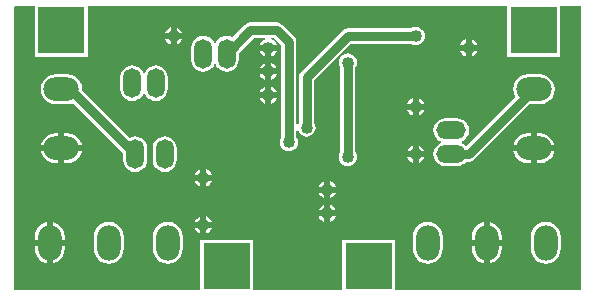
<source format=gbl>
%FSLAX25Y25*%
%MOIN*%
G70*
G01*
G75*
G04 Layer_Physical_Order=2*
G04 Layer_Color=16711680*
%ADD10R,0.04528X0.05315*%
%ADD11R,0.05315X0.04528*%
%ADD12O,0.05709X0.02362*%
%ADD13R,0.04528X0.05512*%
%ADD14R,0.04921X0.07087*%
%ADD15R,0.05512X0.04528*%
%ADD16C,0.03000*%
%ADD17C,0.01500*%
%ADD18R,0.15748X0.15748*%
%ADD19O,0.07874X0.11811*%
%ADD20O,0.09843X0.05906*%
%ADD21O,0.05906X0.09843*%
%ADD22O,0.11811X0.07874*%
%ADD23C,0.04000*%
G36*
X188976Y354D02*
X188623Y0D01*
X126984D01*
Y16748D01*
X109236D01*
Y0D01*
X79740D01*
Y16748D01*
X61992D01*
Y0D01*
X0D01*
X0Y94135D01*
X354Y94488D01*
X6874D01*
Y77740D01*
X24622D01*
Y94488D01*
X164354D01*
Y77740D01*
X182102D01*
Y94488D01*
X188976D01*
X188976Y354D01*
D02*
G37*
%LPC*%
G36*
X103331Y36298D02*
X102818Y36085D01*
X102191Y35604D01*
X101710Y34978D01*
X101498Y34465D01*
X103331D01*
Y36298D01*
D02*
G37*
G36*
X61992Y36402D02*
X60159D01*
X60372Y35889D01*
X60852Y35262D01*
X61479Y34781D01*
X61992Y34569D01*
Y36402D01*
D02*
G37*
G36*
X105331Y36298D02*
Y34465D01*
X107164D01*
X106951Y34978D01*
X106470Y35604D01*
X105844Y36085D01*
X105331Y36298D01*
D02*
G37*
G36*
X107164Y32465D02*
X105331D01*
Y30632D01*
X105844Y30844D01*
X106470Y31325D01*
X106951Y31952D01*
X107164Y32465D01*
D02*
G37*
G36*
X103331Y28424D02*
X102818Y28211D01*
X102191Y27730D01*
X101710Y27104D01*
X101498Y26591D01*
X103331D01*
Y28424D01*
D02*
G37*
G36*
X107164Y24591D02*
X105331D01*
Y22758D01*
X105844Y22970D01*
X106470Y23451D01*
X106951Y24078D01*
X107164Y24591D01*
D02*
G37*
G36*
X103331Y32465D02*
X101498D01*
X101710Y31952D01*
X102191Y31325D01*
X102818Y30844D01*
X103331Y30632D01*
Y32465D01*
D02*
G37*
G36*
X105331Y28424D02*
Y26591D01*
X107164D01*
X106951Y27104D01*
X106470Y27730D01*
X105844Y28211D01*
X105331Y28424D01*
D02*
G37*
G36*
X14748Y46244D02*
X8932D01*
X8970Y45955D01*
X9467Y44754D01*
X10259Y43723D01*
X11290Y42932D01*
X12491Y42434D01*
X13780Y42265D01*
X14748D01*
Y46244D01*
D02*
G37*
G36*
X111221Y78813D02*
X110437Y78710D01*
X109708Y78408D01*
X109081Y77927D01*
X108600Y77300D01*
X108298Y76571D01*
X108195Y75788D01*
X108298Y75004D01*
X108600Y74274D01*
X108671Y74181D01*
Y45897D01*
X108600Y45804D01*
X108298Y45074D01*
X108195Y44291D01*
X108298Y43508D01*
X108600Y42778D01*
X109081Y42152D01*
X109708Y41671D01*
X110437Y41369D01*
X111221Y41265D01*
X112004Y41369D01*
X112733Y41671D01*
X113360Y42152D01*
X113841Y42778D01*
X114143Y43508D01*
X114246Y44291D01*
X114143Y45074D01*
X113841Y45804D01*
X113769Y45897D01*
Y74181D01*
X113841Y74274D01*
X114143Y75004D01*
X114246Y75788D01*
X114143Y76571D01*
X113841Y77300D01*
X113360Y77927D01*
X112733Y78408D01*
X112004Y78710D01*
X111221Y78813D01*
D02*
G37*
G36*
X172228Y46244D02*
X166412D01*
X166450Y45955D01*
X166947Y44754D01*
X167739Y43723D01*
X168770Y42932D01*
X169971Y42434D01*
X171260Y42265D01*
X172228D01*
Y46244D01*
D02*
G37*
G36*
X22565D02*
X16748D01*
Y42265D01*
X17717D01*
X19005Y42434D01*
X20206Y42932D01*
X21238Y43723D01*
X22029Y44754D01*
X22526Y45955D01*
X22565Y46244D01*
D02*
G37*
G36*
X50197Y51231D02*
X49165Y51095D01*
X48204Y50697D01*
X47378Y50063D01*
X46744Y49238D01*
X46346Y48276D01*
X46210Y47244D01*
Y43307D01*
X46346Y42275D01*
X46744Y41314D01*
X47378Y40488D01*
X48204Y39854D01*
X49165Y39456D01*
X50197Y39320D01*
X51229Y39456D01*
X52190Y39854D01*
X53016Y40488D01*
X53650Y41314D01*
X54048Y42275D01*
X54184Y43307D01*
Y47244D01*
X54048Y48276D01*
X53650Y49238D01*
X53016Y50063D01*
X52190Y50697D01*
X51229Y51095D01*
X50197Y51231D01*
D02*
G37*
G36*
X61992Y40235D02*
X61479Y40022D01*
X60852Y39541D01*
X60372Y38915D01*
X60159Y38402D01*
X61992D01*
Y40235D01*
D02*
G37*
G36*
X65825Y36402D02*
X63992D01*
Y34569D01*
X64505Y34781D01*
X65132Y35262D01*
X65613Y35889D01*
X65825Y36402D01*
D02*
G37*
G36*
X17717Y71909D02*
X13780D01*
X12491Y71739D01*
X11290Y71242D01*
X10259Y70450D01*
X9467Y69419D01*
X8970Y68218D01*
X8800Y66929D01*
X8970Y65640D01*
X9467Y64439D01*
X10259Y63408D01*
X11290Y62617D01*
X12491Y62119D01*
X13780Y61950D01*
X17717D01*
X19005Y62119D01*
X19642Y62383D01*
X36367Y45658D01*
Y43307D01*
X36503Y42275D01*
X36902Y41314D01*
X37535Y40488D01*
X38361Y39854D01*
X39323Y39456D01*
X40354Y39320D01*
X41386Y39456D01*
X42348Y39854D01*
X43174Y40488D01*
X43807Y41314D01*
X44205Y42275D01*
X44341Y43307D01*
Y47244D01*
X44205Y48276D01*
X43807Y49238D01*
X43174Y50063D01*
X42348Y50697D01*
X41386Y51095D01*
X40354Y51231D01*
X39323Y51095D01*
X38486Y50749D01*
X22651Y66584D01*
X22696Y66929D01*
X22526Y68218D01*
X22029Y69419D01*
X21238Y70450D01*
X20206Y71242D01*
X19005Y71739D01*
X17717Y71909D01*
D02*
G37*
G36*
X63992Y40235D02*
Y38402D01*
X65825D01*
X65613Y38915D01*
X65132Y39541D01*
X64505Y40022D01*
X63992Y40235D01*
D02*
G37*
G36*
X16791Y14748D02*
X12811D01*
Y8932D01*
X13100Y8970D01*
X14301Y9467D01*
X15332Y10259D01*
X16124Y11290D01*
X16621Y12491D01*
X16791Y13780D01*
Y14748D01*
D02*
G37*
G36*
X10811D02*
X6831D01*
Y13780D01*
X7001Y12491D01*
X7499Y11290D01*
X8290Y10259D01*
X9321Y9467D01*
X10522Y8970D01*
X10811Y8932D01*
Y14748D01*
D02*
G37*
G36*
X162460D02*
X158480D01*
Y8932D01*
X158769Y8970D01*
X159970Y9467D01*
X161002Y10259D01*
X161793Y11290D01*
X162290Y12491D01*
X162460Y13780D01*
Y14748D01*
D02*
G37*
G36*
X156480D02*
X152501D01*
Y13780D01*
X152670Y12491D01*
X153168Y11290D01*
X153959Y10259D01*
X154991Y9467D01*
X156192Y8970D01*
X156480Y8932D01*
Y14748D01*
D02*
G37*
G36*
X51181Y22696D02*
X49892Y22526D01*
X48691Y22029D01*
X47660Y21238D01*
X46869Y20206D01*
X46371Y19005D01*
X46202Y17717D01*
Y13780D01*
X46371Y12491D01*
X46869Y11290D01*
X47660Y10259D01*
X48691Y9467D01*
X49892Y8970D01*
X51181Y8800D01*
X52470Y8970D01*
X53671Y9467D01*
X54702Y10259D01*
X55494Y11290D01*
X55991Y12491D01*
X56161Y13780D01*
Y17717D01*
X55991Y19005D01*
X55494Y20206D01*
X54702Y21238D01*
X53671Y22029D01*
X52470Y22526D01*
X51181Y22696D01*
D02*
G37*
G36*
X31496D02*
X30207Y22526D01*
X29006Y22029D01*
X27975Y21238D01*
X27184Y20206D01*
X26686Y19005D01*
X26517Y17717D01*
Y13780D01*
X26686Y12491D01*
X27184Y11290D01*
X27975Y10259D01*
X29006Y9467D01*
X30207Y8970D01*
X31496Y8800D01*
X32785Y8970D01*
X33986Y9467D01*
X35017Y10259D01*
X35809Y11290D01*
X36306Y12491D01*
X36476Y13780D01*
Y17717D01*
X36306Y19005D01*
X35809Y20206D01*
X35017Y21238D01*
X33986Y22029D01*
X32785Y22526D01*
X31496Y22696D01*
D02*
G37*
G36*
X177165D02*
X175877Y22526D01*
X174676Y22029D01*
X173644Y21238D01*
X172853Y20206D01*
X172355Y19005D01*
X172186Y17717D01*
Y13780D01*
X172355Y12491D01*
X172853Y11290D01*
X173644Y10259D01*
X174676Y9467D01*
X175877Y8970D01*
X177165Y8800D01*
X178454Y8970D01*
X179655Y9467D01*
X180686Y10259D01*
X181478Y11290D01*
X181975Y12491D01*
X182145Y13780D01*
Y17717D01*
X181975Y19005D01*
X181478Y20206D01*
X180686Y21238D01*
X179655Y22029D01*
X178454Y22526D01*
X177165Y22696D01*
D02*
G37*
G36*
X137795D02*
X136506Y22526D01*
X135306Y22029D01*
X134274Y21238D01*
X133483Y20206D01*
X132985Y19005D01*
X132816Y17717D01*
Y13780D01*
X132985Y12491D01*
X133483Y11290D01*
X134274Y10259D01*
X135306Y9467D01*
X136506Y8970D01*
X137795Y8800D01*
X139084Y8970D01*
X140285Y9467D01*
X141316Y10259D01*
X142108Y11290D01*
X142605Y12491D01*
X142775Y13780D01*
Y17717D01*
X142605Y19005D01*
X142108Y20206D01*
X141316Y21238D01*
X140285Y22029D01*
X139084Y22526D01*
X137795Y22696D01*
D02*
G37*
G36*
X10811Y22565D02*
X10522Y22526D01*
X9321Y22029D01*
X8290Y21238D01*
X7499Y20206D01*
X7001Y19005D01*
X6831Y17717D01*
Y16748D01*
X10811D01*
Y22565D01*
D02*
G37*
G36*
X61992Y24487D02*
X61479Y24274D01*
X60852Y23793D01*
X60372Y23167D01*
X60159Y22654D01*
X61992D01*
Y24487D01*
D02*
G37*
G36*
X65825Y20654D02*
X63992D01*
Y18821D01*
X64505Y19033D01*
X65132Y19514D01*
X65613Y20141D01*
X65825Y20654D01*
D02*
G37*
G36*
X103331Y24591D02*
X101498D01*
X101710Y24078D01*
X102191Y23451D01*
X102818Y22970D01*
X103331Y22758D01*
Y24591D01*
D02*
G37*
G36*
X63992Y24487D02*
Y22654D01*
X65825D01*
X65613Y23167D01*
X65132Y23793D01*
X64505Y24274D01*
X63992Y24487D01*
D02*
G37*
G36*
X156480Y22565D02*
X156192Y22526D01*
X154991Y22029D01*
X153959Y21238D01*
X153168Y20206D01*
X152670Y19005D01*
X152501Y17717D01*
Y16748D01*
X156480D01*
Y22565D01*
D02*
G37*
G36*
X12811D02*
Y16748D01*
X16791D01*
Y17717D01*
X16621Y19005D01*
X16124Y20206D01*
X15332Y21238D01*
X14301Y22029D01*
X13100Y22526D01*
X12811Y22565D01*
D02*
G37*
G36*
X61992Y20654D02*
X60159D01*
X60372Y20141D01*
X60852Y19514D01*
X61479Y19033D01*
X61992Y18821D01*
Y20654D01*
D02*
G37*
G36*
X158480Y22565D02*
Y16748D01*
X162460D01*
Y17717D01*
X162290Y19005D01*
X161793Y20206D01*
X161002Y21238D01*
X159970Y22029D01*
X158769Y22526D01*
X158480Y22565D01*
D02*
G37*
G36*
X85646Y75668D02*
Y73835D01*
X87479D01*
X87266Y74348D01*
X86785Y74974D01*
X86159Y75455D01*
X85646Y75668D01*
D02*
G37*
G36*
X83646D02*
X83133Y75455D01*
X82506Y74974D01*
X82025Y74348D01*
X81813Y73835D01*
X83646D01*
Y75668D01*
D02*
G37*
G36*
X154408Y79709D02*
X152575D01*
Y77876D01*
X153088Y78088D01*
X153715Y78569D01*
X154195Y79196D01*
X154408Y79709D01*
D02*
G37*
G36*
X150575D02*
X148742D01*
X148954Y79196D01*
X149435Y78569D01*
X150062Y78088D01*
X150575Y77876D01*
Y79709D01*
D02*
G37*
G36*
X83646Y71835D02*
X81813D01*
X82025Y71322D01*
X82506Y70695D01*
X83133Y70214D01*
X83646Y70002D01*
Y71835D01*
D02*
G37*
G36*
X85646Y67794D02*
Y65961D01*
X87479D01*
X87266Y66474D01*
X86785Y67100D01*
X86159Y67581D01*
X85646Y67794D01*
D02*
G37*
G36*
X47244Y74853D02*
X46212Y74717D01*
X45251Y74319D01*
X44425Y73685D01*
X43791Y72860D01*
X43578Y72344D01*
X43036D01*
X42823Y72860D01*
X42189Y73685D01*
X41363Y74319D01*
X40402Y74717D01*
X39370Y74853D01*
X38338Y74717D01*
X37377Y74319D01*
X36551Y73685D01*
X35917Y72860D01*
X35519Y71898D01*
X35383Y70866D01*
Y66929D01*
X35519Y65897D01*
X35917Y64936D01*
X36551Y64110D01*
X37377Y63477D01*
X38338Y63078D01*
X39370Y62942D01*
X40402Y63078D01*
X41363Y63477D01*
X42189Y64110D01*
X42823Y64936D01*
X43036Y65452D01*
X43578D01*
X43791Y64936D01*
X44425Y64110D01*
X45251Y63477D01*
X46212Y63078D01*
X47244Y62942D01*
X48276Y63078D01*
X49238Y63477D01*
X50063Y64110D01*
X50697Y64936D01*
X51095Y65897D01*
X51231Y66929D01*
Y70866D01*
X51095Y71898D01*
X50697Y72860D01*
X50063Y73685D01*
X49238Y74319D01*
X48276Y74717D01*
X47244Y74853D01*
D02*
G37*
G36*
X87479Y71835D02*
X85646D01*
Y70002D01*
X86159Y70214D01*
X86785Y70695D01*
X87266Y71322D01*
X87479Y71835D01*
D02*
G37*
G36*
X83646Y79709D02*
X81813D01*
X82025Y79196D01*
X82506Y78569D01*
X83133Y78088D01*
X83646Y77876D01*
Y79709D01*
D02*
G37*
G36*
X87599Y89163D02*
X78740D01*
X77765Y88969D01*
X76938Y88417D01*
X72734Y84213D01*
X71898Y84560D01*
X70866Y84696D01*
X69834Y84560D01*
X68873Y84161D01*
X68047Y83528D01*
X67414Y82702D01*
X67200Y82186D01*
X66659D01*
X66445Y82702D01*
X65811Y83528D01*
X64986Y84161D01*
X64024Y84560D01*
X62992Y84696D01*
X61960Y84560D01*
X60999Y84161D01*
X60173Y83528D01*
X59539Y82702D01*
X59141Y81741D01*
X59005Y80709D01*
Y76772D01*
X59141Y75740D01*
X59539Y74778D01*
X60173Y73953D01*
X60999Y73319D01*
X61960Y72921D01*
X62992Y72785D01*
X64024Y72921D01*
X64986Y73319D01*
X65811Y73953D01*
X66445Y74778D01*
X66659Y75294D01*
X67200D01*
X67414Y74778D01*
X68047Y73953D01*
X68873Y73319D01*
X69834Y72921D01*
X70866Y72785D01*
X71898Y72921D01*
X72860Y73319D01*
X73685Y73953D01*
X74319Y74778D01*
X74717Y75740D01*
X74853Y76772D01*
Y79122D01*
X79796Y84065D01*
X83603D01*
X83703Y83565D01*
X83133Y83329D01*
X82506Y82848D01*
X82025Y82222D01*
X81813Y81709D01*
X87479D01*
X87266Y82222D01*
X86785Y82848D01*
X86159Y83329D01*
X85589Y83565D01*
X85688Y84065D01*
X86543D01*
X88986Y81621D01*
Y50819D01*
X88915Y50726D01*
X88613Y49996D01*
X88510Y49213D01*
X88613Y48430D01*
X88915Y47700D01*
X89396Y47073D01*
X90022Y46592D01*
X90752Y46290D01*
X91536Y46187D01*
X92319Y46290D01*
X93048Y46592D01*
X93675Y47073D01*
X94156Y47700D01*
X94458Y48430D01*
X94561Y49213D01*
X94458Y49996D01*
X94156Y50726D01*
X94085Y50819D01*
Y53091D01*
X94585Y53191D01*
X94820Y52621D01*
X95301Y51994D01*
X95928Y51513D01*
X96658Y51211D01*
X97441Y51108D01*
X98224Y51211D01*
X98954Y51513D01*
X99581Y51994D01*
X100062Y52621D01*
X100364Y53351D01*
X100467Y54134D01*
X100364Y54917D01*
X100062Y55647D01*
X99990Y55740D01*
Y69810D01*
X112276Y82097D01*
X132252D01*
X132345Y82025D01*
X133075Y81723D01*
X133858Y81620D01*
X134642Y81723D01*
X135371Y82025D01*
X135998Y82506D01*
X136479Y83133D01*
X136781Y83863D01*
X136884Y84646D01*
X136781Y85429D01*
X136479Y86159D01*
X135998Y86785D01*
X135371Y87266D01*
X134642Y87568D01*
X133858Y87672D01*
X133075Y87568D01*
X132345Y87266D01*
X132252Y87195D01*
X111221D01*
X110245Y87001D01*
X109418Y86448D01*
X95639Y72669D01*
X95086Y71842D01*
X94892Y70866D01*
Y55740D01*
X94820Y55647D01*
X94585Y55077D01*
X94085Y55177D01*
Y82677D01*
X93890Y83653D01*
X93338Y84480D01*
X89401Y88417D01*
X88574Y88969D01*
X87599Y89163D01*
D02*
G37*
G36*
X55983Y83646D02*
X54150D01*
Y81813D01*
X54663Y82025D01*
X55289Y82506D01*
X55770Y83133D01*
X55983Y83646D01*
D02*
G37*
G36*
X54150Y87479D02*
Y85646D01*
X55983D01*
X55770Y86159D01*
X55289Y86785D01*
X54663Y87266D01*
X54150Y87479D01*
D02*
G37*
G36*
X52150D02*
X51637Y87266D01*
X51010Y86785D01*
X50529Y86159D01*
X50317Y85646D01*
X52150D01*
Y87479D01*
D02*
G37*
G36*
X150575Y83542D02*
X150062Y83329D01*
X149435Y82848D01*
X148954Y82222D01*
X148742Y81709D01*
X150575D01*
Y83542D01*
D02*
G37*
G36*
X87479Y79709D02*
X85646D01*
Y77876D01*
X86159Y78088D01*
X86785Y78569D01*
X87266Y79196D01*
X87479Y79709D01*
D02*
G37*
G36*
X52150Y83646D02*
X50317D01*
X50529Y83133D01*
X51010Y82506D01*
X51637Y82025D01*
X52150Y81813D01*
Y83646D01*
D02*
G37*
G36*
X152575Y83542D02*
Y81709D01*
X154408D01*
X154195Y82222D01*
X153715Y82848D01*
X153088Y83329D01*
X152575Y83542D01*
D02*
G37*
G36*
X175197Y71909D02*
X171260D01*
X169971Y71739D01*
X168770Y71242D01*
X167739Y70450D01*
X166947Y69419D01*
X166450Y68218D01*
X166280Y66929D01*
X166450Y65640D01*
X166947Y64439D01*
X167028Y64334D01*
X150769Y48074D01*
X150457Y48095D01*
X149631Y48728D01*
X149115Y48942D01*
Y49483D01*
X149631Y49697D01*
X150457Y50331D01*
X151091Y51156D01*
X151489Y52118D01*
X151625Y53150D01*
X151489Y54181D01*
X151091Y55143D01*
X150457Y55969D01*
X149631Y56602D01*
X148670Y57001D01*
X147638Y57136D01*
X143701D01*
X142669Y57001D01*
X141707Y56602D01*
X140882Y55969D01*
X140248Y55143D01*
X139850Y54181D01*
X139714Y53150D01*
X139850Y52118D01*
X140248Y51156D01*
X140882Y50331D01*
X141707Y49697D01*
X142223Y49483D01*
Y48942D01*
X141707Y48728D01*
X140882Y48095D01*
X140248Y47269D01*
X139850Y46308D01*
X139714Y45276D01*
X139850Y44244D01*
X140248Y43282D01*
X140882Y42456D01*
X141707Y41823D01*
X142669Y41425D01*
X143701Y41289D01*
X147638D01*
X148670Y41425D01*
X149631Y41823D01*
X150457Y42456D01*
X150664Y42727D01*
X151575D01*
X152550Y42921D01*
X153377Y43473D01*
X171854Y61950D01*
X175197D01*
X176486Y62119D01*
X177687Y62617D01*
X178718Y63408D01*
X179509Y64439D01*
X180007Y65640D01*
X180176Y66929D01*
X180007Y68218D01*
X179509Y69419D01*
X178718Y70450D01*
X177687Y71242D01*
X176486Y71739D01*
X175197Y71909D01*
D02*
G37*
G36*
X134858Y48109D02*
Y46276D01*
X136691D01*
X136479Y46789D01*
X135998Y47415D01*
X135371Y47896D01*
X134858Y48109D01*
D02*
G37*
G36*
X17717Y52224D02*
X16748D01*
Y48244D01*
X22565D01*
X22526Y48533D01*
X22029Y49734D01*
X21238Y50765D01*
X20206Y51557D01*
X19005Y52054D01*
X17717Y52224D01*
D02*
G37*
G36*
X14748D02*
X13780D01*
X12491Y52054D01*
X11290Y51557D01*
X10259Y50765D01*
X9467Y49734D01*
X8970Y48533D01*
X8932Y48244D01*
X14748D01*
Y52224D01*
D02*
G37*
G36*
X132858Y44276D02*
X131025D01*
X131238Y43763D01*
X131719Y43136D01*
X132345Y42655D01*
X132858Y42443D01*
Y44276D01*
D02*
G37*
G36*
X180045Y46244D02*
X174228D01*
Y42265D01*
X175197D01*
X176486Y42434D01*
X177687Y42932D01*
X178718Y43723D01*
X179509Y44754D01*
X180007Y45955D01*
X180045Y46244D01*
D02*
G37*
G36*
X132858Y48109D02*
X132345Y47896D01*
X131719Y47415D01*
X131238Y46789D01*
X131025Y46276D01*
X132858D01*
Y48109D01*
D02*
G37*
G36*
X136691Y44276D02*
X134858D01*
Y42443D01*
X135371Y42655D01*
X135998Y43136D01*
X136479Y43763D01*
X136691Y44276D01*
D02*
G37*
G36*
X172228Y52224D02*
X171260D01*
X169971Y52054D01*
X168770Y51557D01*
X167739Y50765D01*
X166947Y49734D01*
X166450Y48533D01*
X166412Y48244D01*
X172228D01*
Y52224D01*
D02*
G37*
G36*
X83646Y63961D02*
X81813D01*
X82025Y63448D01*
X82506Y62821D01*
X83133Y62340D01*
X83646Y62128D01*
Y63961D01*
D02*
G37*
G36*
X134858Y63857D02*
Y62024D01*
X136691D01*
X136479Y62537D01*
X135998Y63163D01*
X135371Y63644D01*
X134858Y63857D01*
D02*
G37*
G36*
X83646Y67794D02*
X83133Y67581D01*
X82506Y67100D01*
X82025Y66474D01*
X81813Y65961D01*
X83646D01*
Y67794D01*
D02*
G37*
G36*
X87479Y63961D02*
X85646D01*
Y62128D01*
X86159Y62340D01*
X86785Y62821D01*
X87266Y63448D01*
X87479Y63961D01*
D02*
G37*
G36*
X132858Y60024D02*
X131025D01*
X131238Y59511D01*
X131719Y58884D01*
X132345Y58403D01*
X132858Y58191D01*
Y60024D01*
D02*
G37*
G36*
X175197Y52224D02*
X174228D01*
Y48244D01*
X180045D01*
X180007Y48533D01*
X179509Y49734D01*
X178718Y50765D01*
X177687Y51557D01*
X176486Y52054D01*
X175197Y52224D01*
D02*
G37*
G36*
X132858Y63857D02*
X132345Y63644D01*
X131719Y63163D01*
X131238Y62537D01*
X131025Y62024D01*
X132858D01*
Y63857D01*
D02*
G37*
G36*
X136691Y60024D02*
X134858D01*
Y58191D01*
X135371Y58403D01*
X135998Y58884D01*
X136479Y59511D01*
X136691Y60024D01*
D02*
G37*
%LPD*%
D16*
X151575Y45276D02*
X173228Y66929D01*
X145669Y45276D02*
X151575D01*
X18701Y66929D02*
X40354Y45276D01*
X111221Y84646D02*
X133858D01*
X97441Y70866D02*
X111221Y84646D01*
X97441Y54134D02*
Y70866D01*
X91536Y49213D02*
Y82677D01*
X78740Y86614D02*
X87599D01*
X91536Y82677D01*
X111221Y44291D02*
Y74803D01*
X70866Y78740D02*
X78740Y86614D01*
D17*
X111221Y74803D02*
X112205Y75788D01*
X111221D02*
X112205D01*
D18*
X15748Y86614D02*
D03*
X173228D02*
D03*
X70866Y7874D02*
D03*
X118110D02*
D03*
D19*
X31496Y15748D02*
D03*
X51181D02*
D03*
X11811D02*
D03*
X157480D02*
D03*
X177165D02*
D03*
X137795D02*
D03*
D20*
X145669Y53150D02*
D03*
Y45276D02*
D03*
D21*
X62992Y78740D02*
D03*
X70866D02*
D03*
X39370Y68898D02*
D03*
X47244D02*
D03*
X40354Y45276D02*
D03*
X50197D02*
D03*
D22*
X15748Y47244D02*
D03*
Y66929D02*
D03*
X173228Y47244D02*
D03*
Y66929D02*
D03*
D23*
X53150Y84646D02*
D03*
X84646Y80709D02*
D03*
Y72835D02*
D03*
Y64961D02*
D03*
X62992Y37402D02*
D03*
Y21654D02*
D03*
X104331Y25591D02*
D03*
X133858Y45276D02*
D03*
Y61024D02*
D03*
X151575Y80709D02*
D03*
X111221Y75788D02*
D03*
X133858Y84646D02*
D03*
X97441Y54134D02*
D03*
X91536Y49213D02*
D03*
X111221Y44291D02*
D03*
X104331Y33465D02*
D03*
M02*

</source>
